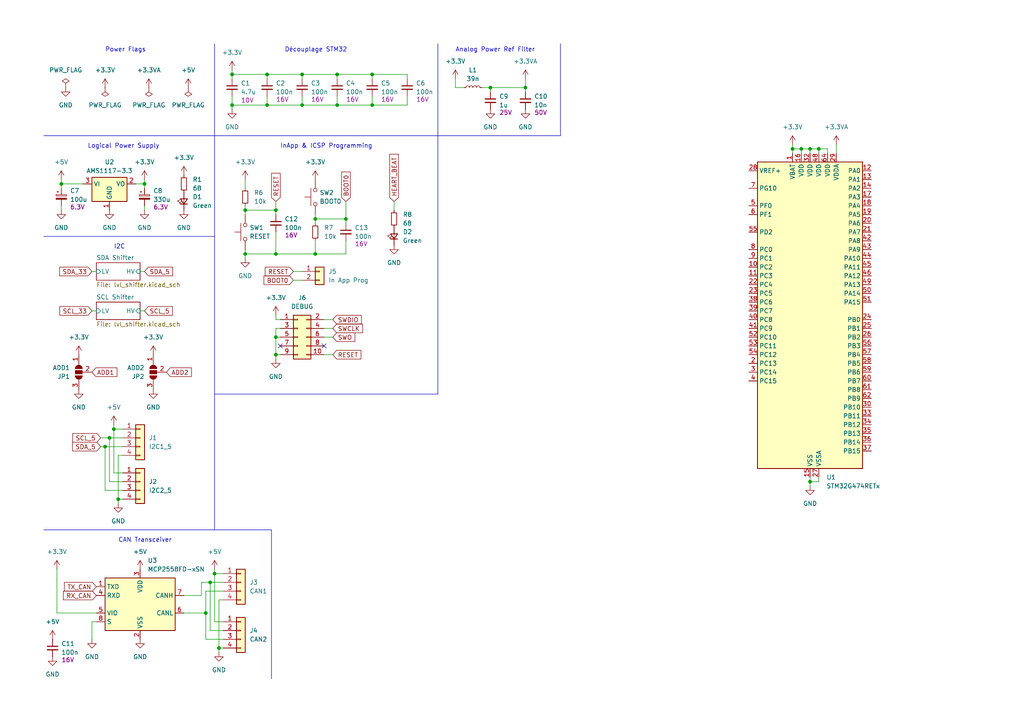
<source format=kicad_sch>
(kicad_sch (version 20230121) (generator eeschema)
  (paper "A4")
  (lib_symbols
    (symbol "Connector_Generic:Conn_01x02" (pin_names (offset 1.016) hide)
      (property "Reference" "J" (at 0 2.54 0))
      (property "Value" "Conn_01x02" (at 0 -5.08 0))
      (symbol "Conn_01x02_1_1"
        (rectangle (start -1.27 -2.413) (end 0 -2.667) (stroke (width 0.1524)))
        (rectangle (start -1.27 0.127) (end 0 -0.127) (stroke (width 0.1524)))
        (rectangle (start -1.27 1.27) (end 1.27 -3.81) (stroke (width 0.254)) (fill (type background)))
        (pin passive line (at -5.08 0 0) (length 3.81) (name "Pin_1") (number "1"))
        (pin passive line (at -5.08 -2.54 0) (length 3.81) (name "Pin_2") (number "2"))
      )
    )
    (symbol "Connector_Generic:Conn_01x04" (pin_names (offset 1.016) hide)
      (property "Reference" "J" (at 0 5.08 0))
      (property "Value" "Conn_01x04" (at 0 -7.62 0))
      (symbol "Conn_01x04_1_1"
        (rectangle (start -1.27 -4.953) (end 0 -5.207) (stroke (width 0.1524)))
        (rectangle (start -1.27 -2.413) (end 0 -2.667) (stroke (width 0.1524)))
        (rectangle (start -1.27 0.127) (end 0 -0.127) (stroke (width 0.1524)))
        (rectangle (start -1.27 2.667) (end 0 2.413) (stroke (width 0.1524)))
        (rectangle (start -1.27 3.81) (end 1.27 -6.35) (stroke (width 0.254)) (fill (type background)))
        (pin passive line (at -5.08 2.54 0) (length 3.81) (name "Pin_1") (number "1"))
        (pin passive line (at -5.08 0 0) (length 3.81) (name "Pin_2") (number "2"))
        (pin passive line (at -5.08 -2.54 0) (length 3.81) (name "Pin_3") (number "3"))
        (pin passive line (at -5.08 -5.08 0) (length 3.81) (name "Pin_4") (number "4"))
      )
    )
    (symbol "Connector_Generic:Conn_02x05_Odd_Even" (pin_names (offset 1.016) hide)
      (property "Reference" "J" (at 1.27 7.62 0))
      (property "Value" "Conn_02x05_Odd_Even" (at 1.27 -7.62 0))
      (symbol "Conn_02x05_Odd_Even_1_1"
        (rectangle (start -1.27 -4.953) (end 0 -5.207) (stroke (width 0.1524)))
        (rectangle (start -1.27 -2.413) (end 0 -2.667) (stroke (width 0.1524)))
        (rectangle (start -1.27 0.127) (end 0 -0.127) (stroke (width 0.1524)))
        (rectangle (start -1.27 2.667) (end 0 2.413) (stroke (width 0.1524)))
        (rectangle (start -1.27 5.207) (end 0 4.953) (stroke (width 0.1524)))
        (rectangle (start -1.27 6.35) (end 3.81 -6.35) (stroke (width 0.254)) (fill (type background)))
        (rectangle (start 3.81 -4.953) (end 2.54 -5.207) (stroke (width 0.1524)))
        (rectangle (start 3.81 -2.413) (end 2.54 -2.667) (stroke (width 0.1524)))
        (rectangle (start 3.81 0.127) (end 2.54 -0.127) (stroke (width 0.1524)))
        (rectangle (start 3.81 2.667) (end 2.54 2.413) (stroke (width 0.1524)))
        (rectangle (start 3.81 5.207) (end 2.54 4.953) (stroke (width 0.1524)))
        (pin passive line (at -5.08 5.08 0) (length 3.81) (name "Pin_1") (number "1"))
        (pin passive line (at 7.62 -5.08 180) (length 3.81) (name "Pin_10") (number "10"))
        (pin passive line (at 7.62 5.08 180) (length 3.81) (name "Pin_2") (number "2"))
        (pin passive line (at -5.08 2.54 0) (length 3.81) (name "Pin_3") (number "3"))
        (pin passive line (at 7.62 2.54 180) (length 3.81) (name "Pin_4") (number "4"))
        (pin passive line (at -5.08 0 0) (length 3.81) (name "Pin_5") (number "5"))
        (pin passive line (at 7.62 0 180) (length 3.81) (name "Pin_6") (number "6"))
        (pin passive line (at -5.08 -2.54 0) (length 3.81) (name "Pin_7") (number "7"))
        (pin passive line (at 7.62 -2.54 180) (length 3.81) (name "Pin_8") (number "8"))
        (pin passive line (at -5.08 -5.08 0) (length 3.81) (name "Pin_9") (number "9"))
      )
    )
    (symbol "Device:C_Polarized_Small" (pin_numbers hide) (pin_names (offset 0.254) hide)
      (property "Reference" "C" (at 0.254 1.778 0))
      (property "Value" "C_Polarized_Small" (at 0.254 -2.032 0))
      (symbol "C_Polarized_Small_0_1"
        (rectangle (start -1.524 -0.3048) (end 1.524 -0.6858) (fill (type outline)))
        (rectangle (start -1.524 0.6858) (end 1.524 0.3048))
        (polyline (pts (xy -1.27 1.524) (xy -0.762 1.524)))
        (polyline (pts (xy -1.016 1.27) (xy -1.016 1.778)))
      )
      (symbol "C_Polarized_Small_1_1"
        (pin passive line (at 0 2.54 270) (length 1.8542) (name "~") (number "1"))
        (pin passive line (at 0 -2.54 90) (length 1.8542) (name "~") (number "2"))
      )
    )
    (symbol "Device:C_Small" (pin_numbers hide) (pin_names (offset 0.254) hide)
      (property "Reference" "C" (at 0.254 1.778 0))
      (property "Value" "C_Small" (at 0.254 -2.032 0))
      (symbol "C_Small_0_1"
        (polyline (pts (xy -1.524 -0.508) (xy 1.524 -0.508)) (stroke (width 0.3302)))
        (polyline (pts (xy -1.524 0.508) (xy 1.524 0.508)) (stroke (width 0.3048)))
      )
      (symbol "C_Small_1_1"
        (pin passive line (at 0 2.54 270) (length 2.032) (name "~") (number "1"))
        (pin passive line (at 0 -2.54 90) (length 2.032) (name "~") (number "2"))
      )
    )
    (symbol "Device:LED_Small" (pin_numbers hide) (pin_names (offset 0.254) hide)
      (property "Reference" "D" (at -1.27 3.175 0))
      (property "Value" "LED_Small" (at -4.445 -2.54 0))
      (symbol "LED_Small_0_1"
        (polyline (pts (xy -0.762 -1.016) (xy -0.762 1.016)) (stroke (width 0.254)))
        (polyline (pts (xy 1.016 0) (xy -0.762 0)))
        (polyline (pts (xy 0.762 -1.016) (xy -0.762 0) (xy 0.762 1.016) (xy 0.762 -1.016)) (stroke (width 0.254)))
        (polyline (pts (xy 0 0.762) (xy -0.508 1.27) (xy -0.254 1.27) (xy -0.508 1.27) (xy -0.508 1.016)))
        (polyline (pts (xy 0.508 1.27) (xy 0 1.778) (xy 0.254 1.778) (xy 0 1.778) (xy 0 1.524)))
      )
      (symbol "LED_Small_1_1"
        (pin passive line (at -2.54 0 0) (length 1.778) (name "K") (number "1"))
        (pin passive line (at 2.54 0 180) (length 1.778) (name "A") (number "2"))
      )
    )
    (symbol "Device:L_Small" (pin_numbers hide) (pin_names (offset 0.254) hide)
      (property "Reference" "L" (at 0.762 1.016 0))
      (property "Value" "L_Small" (at 0.762 -1.016 0))
      (symbol "L_Small_0_1"
        (arc (start 0 -2.032) (mid 0.5058 -1.524) (end 0 -1.016))
        (arc (start 0 -1.016) (mid 0.5058 -0.508) (end 0 0))
        (arc (start 0 0) (mid 0.5058 0.508) (end 0 1.016))
        (arc (start 0 1.016) (mid 0.5058 1.524) (end 0 2.032))
      )
      (symbol "L_Small_1_1"
        (pin passive line (at 0 2.54 270) (length 0.508) (name "~") (number "1"))
        (pin passive line (at 0 -2.54 90) (length 0.508) (name "~") (number "2"))
      )
    )
    (symbol "Device:R_Small" (pin_numbers hide) (pin_names (offset 0.254) hide)
      (property "Reference" "R" (at 0.762 0.508 0))
      (property "Value" "R_Small" (at 0.762 -1.016 0))
      (symbol "R_Small_0_1"
        (rectangle (start -0.762 1.778) (end 0.762 -1.778) (stroke (width 0.2032)))
      )
      (symbol "R_Small_1_1"
        (pin passive line (at 0 2.54 270) (length 0.762) (name "~") (number "1"))
        (pin passive line (at 0 -2.54 90) (length 0.762) (name "~") (number "2"))
      )
    )
    (symbol "Interface_CAN_LIN:MCP2558FD-xSN"
      (property "Reference" "U" (at -10.16 10.16 0))
      (property "Value" "MCP2558FD-xSN" (at 2.54 10.16 0))
      (symbol "MCP2558FD-xSN_0_1"
        (rectangle (start -10.16 7.62) (end 10.16 -7.62) (stroke (width 0.254)) (fill (type background)))
      )
      (symbol "MCP2558FD-xSN_1_1"
        (pin input line (at -12.7 5.08 0) (length 2.54) (name "TXD") (number "1"))
        (pin power_in line (at 0 -10.16 90) (length 2.54) (name "VSS") (number "2"))
        (pin power_in line (at 0 10.16 270) (length 2.54) (name "VDD") (number "3"))
        (pin output line (at -12.7 2.54 0) (length 2.54) (name "RXD") (number "4"))
        (pin power_in line (at -12.7 -2.54 0) (length 2.54) (name "VIO") (number "5"))
        (pin bidirectional line (at 12.7 -2.54 180) (length 2.54) (name "CANL") (number "6"))
        (pin bidirectional line (at 12.7 2.54 180) (length 2.54) (name "CANH") (number "7"))
        (pin input line (at -12.7 -5.08 0) (length 2.54) (name "S") (number "8"))
      )
    )
    (symbol "Jumper:SolderJumper_3_Open" (pin_names (offset 0) hide)
      (property "Reference" "JP" (at -2.54 -2.54 0))
      (property "Value" "SolderJumper_3_Open" (at 0 2.794 0))
      (symbol "SolderJumper_3_Open_0_1"
        (arc (start -1.016 1.016) (mid -2.0276 0) (end -1.016 -1.016))
        (arc (start -1.016 1.016) (mid -2.0276 0) (end -1.016 -1.016) (fill (type outline)))
        (rectangle (start -0.508 1.016) (end 0.508 -1.016) (fill (type outline)))
        (polyline (pts (xy -2.54 0) (xy -2.032 0)))
        (polyline (pts (xy -1.016 1.016) (xy -1.016 -1.016)))
        (polyline (pts (xy 0 -1.27) (xy 0 -1.016)))
        (polyline (pts (xy 1.016 1.016) (xy 1.016 -1.016)))
        (polyline (pts (xy 2.54 0) (xy 2.032 0)))
        (arc (start 1.016 -1.016) (mid 2.0276 0) (end 1.016 1.016))
        (arc (start 1.016 -1.016) (mid 2.0276 0) (end 1.016 1.016) (fill (type outline)))
      )
      (symbol "SolderJumper_3_Open_1_1"
        (pin passive line (at -5.08 0 0) (length 2.54) (name "A") (number "1"))
        (pin passive line (at 0 -3.81 90) (length 2.54) (name "C") (number "2"))
        (pin passive line (at 5.08 0 180) (length 2.54) (name "B") (number "3"))
      )
    )
    (symbol "MCU_ST_STM32G4:STM32G474RETx"
      (property "Reference" "U" (at -15.24 46.99 0))
      (property "Value" "STM32G474RETx" (at 10.16 46.99 0))
      (symbol "STM32G474RETx_0_1"
        (rectangle (start -15.24 -43.18) (end 15.24 45.72) (stroke (width 0.254)) (fill (type background)))
      )
      (symbol "STM32G474RETx_1_1"
        (pin power_in line (at -5.08 48.26 270) (length 2.54) (name "VBAT") (number "1"))
        (pin bidirectional line (at -17.78 15.24 0) (length 2.54) (name "PC2") (number "10"))
        (pin bidirectional line (at -17.78 12.7 0) (length 2.54) (name "PC3") (number "11"))
        (pin bidirectional line (at 17.78 43.18 180) (length 2.54) (name "PA0") (number "12"))
        (pin bidirectional line (at 17.78 40.64 180) (length 2.54) (name "PA1") (number "13"))
        (pin bidirectional line (at 17.78 38.1 180) (length 2.54) (name "PA2") (number "14"))
        (pin power_in line (at 0 -45.72 90) (length 2.54) (name "VSS") (number "15"))
        (pin power_in line (at -2.54 48.26 270) (length 2.54) (name "VDD") (number "16"))
        (pin bidirectional line (at 17.78 35.56 180) (length 2.54) (name "PA3") (number "17"))
        (pin bidirectional line (at 17.78 33.02 180) (length 2.54) (name "PA4") (number "18"))
        (pin bidirectional line (at 17.78 30.48 180) (length 2.54) (name "PA5") (number "19"))
        (pin bidirectional line (at -17.78 -12.7 0) (length 2.54) (name "PC13") (number "2"))
        (pin bidirectional line (at 17.78 27.94 180) (length 2.54) (name "PA6") (number "20"))
        (pin bidirectional line (at 17.78 25.4 180) (length 2.54) (name "PA7") (number "21"))
        (pin bidirectional line (at -17.78 10.16 0) (length 2.54) (name "PC4") (number "22"))
        (pin bidirectional line (at -17.78 7.62 0) (length 2.54) (name "PC5") (number "23"))
        (pin bidirectional line (at 17.78 0 180) (length 2.54) (name "PB0") (number "24"))
        (pin bidirectional line (at 17.78 -2.54 180) (length 2.54) (name "PB1") (number "25"))
        (pin bidirectional line (at 17.78 -5.08 180) (length 2.54) (name "PB2") (number "26"))
        (pin power_in line (at 2.54 -45.72 90) (length 2.54) (name "VSSA") (number "27"))
        (pin input line (at -17.78 43.18 0) (length 2.54) (name "VREF+") (number "28"))
        (pin power_in line (at 7.62 48.26 270) (length 2.54) (name "VDDA") (number "29"))
        (pin bidirectional line (at -17.78 -15.24 0) (length 2.54) (name "PC14") (number "3"))
        (pin bidirectional line (at 17.78 -25.4 180) (length 2.54) (name "PB10") (number "30"))
        (pin passive line (at 0 -45.72 90) (length 2.54) hide (name "VSS") (number "31"))
        (pin power_in line (at 0 48.26 270) (length 2.54) (name "VDD") (number "32"))
        (pin bidirectional line (at 17.78 -27.94 180) (length 2.54) (name "PB11") (number "33"))
        (pin bidirectional line (at 17.78 -30.48 180) (length 2.54) (name "PB12") (number "34"))
        (pin bidirectional line (at 17.78 -33.02 180) (length 2.54) (name "PB13") (number "35"))
        (pin bidirectional line (at 17.78 -35.56 180) (length 2.54) (name "PB14") (number "36"))
        (pin bidirectional line (at 17.78 -38.1 180) (length 2.54) (name "PB15") (number "37"))
        (pin bidirectional line (at -17.78 5.08 0) (length 2.54) (name "PC6") (number "38"))
        (pin bidirectional line (at -17.78 2.54 0) (length 2.54) (name "PC7") (number "39"))
        (pin bidirectional line (at -17.78 -17.78 0) (length 2.54) (name "PC15") (number "4"))
        (pin bidirectional line (at -17.78 0 0) (length 2.54) (name "PC8") (number "40"))
        (pin bidirectional line (at -17.78 -2.54 0) (length 2.54) (name "PC9") (number "41"))
        (pin bidirectional line (at 17.78 22.86 180) (length 2.54) (name "PA8") (number "42"))
        (pin bidirectional line (at 17.78 20.32 180) (length 2.54) (name "PA9") (number "43"))
        (pin bidirectional line (at 17.78 17.78 180) (length 2.54) (name "PA10") (number "44"))
        (pin bidirectional line (at 17.78 15.24 180) (length 2.54) (name "PA11") (number "45"))
        (pin bidirectional line (at 17.78 12.7 180) (length 2.54) (name "PA12") (number "46"))
        (pin passive line (at 0 -45.72 90) (length 2.54) hide (name "VSS") (number "47"))
        (pin power_in line (at 2.54 48.26 270) (length 2.54) (name "VDD") (number "48"))
        (pin bidirectional line (at 17.78 10.16 180) (length 2.54) (name "PA13") (number "49"))
        (pin bidirectional line (at -17.78 33.02 0) (length 2.54) (name "PF0") (number "5"))
        (pin bidirectional line (at 17.78 7.62 180) (length 2.54) (name "PA14") (number "50"))
        (pin bidirectional line (at 17.78 5.08 180) (length 2.54) (name "PA15") (number "51"))
        (pin bidirectional line (at -17.78 -5.08 0) (length 2.54) (name "PC10") (number "52"))
        (pin bidirectional line (at -17.78 -7.62 0) (length 2.54) (name "PC11") (number "53"))
        (pin bidirectional line (at -17.78 -10.16 0) (length 2.54) (name "PC12") (number "54"))
        (pin bidirectional line (at -17.78 25.4 0) (length 2.54) (name "PD2") (number "55"))
        (pin bidirectional line (at 17.78 -7.62 180) (length 2.54) (name "PB3") (number "56"))
        (pin bidirectional line (at 17.78 -10.16 180) (length 2.54) (name "PB4") (number "57"))
        (pin bidirectional line (at 17.78 -12.7 180) (length 2.54) (name "PB5") (number "58"))
        (pin bidirectional line (at 17.78 -15.24 180) (length 2.54) (name "PB6") (number "59"))
        (pin bidirectional line (at -17.78 30.48 0) (length 2.54) (name "PF1") (number "6"))
        (pin bidirectional line (at 17.78 -17.78 180) (length 2.54) (name "PB7") (number "60"))
        (pin bidirectional line (at 17.78 -20.32 180) (length 2.54) (name "PB8") (number "61"))
        (pin bidirectional line (at 17.78 -22.86 180) (length 2.54) (name "PB9") (number "62"))
        (pin passive line (at 0 -45.72 90) (length 2.54) hide (name "VSS") (number "63"))
        (pin power_in line (at 5.08 48.26 270) (length 2.54) (name "VDD") (number "64"))
        (pin bidirectional line (at -17.78 38.1 0) (length 2.54) (name "PG10") (number "7"))
        (pin bidirectional line (at -17.78 20.32 0) (length 2.54) (name "PC0") (number "8"))
        (pin bidirectional line (at -17.78 17.78 0) (length 2.54) (name "PC1") (number "9"))
      )
    )
    (symbol "Regulator_Linear:AMS1117-3.3"
      (property "Reference" "U" (at -3.81 3.175 0))
      (property "Value" "AMS1117-3.3" (at 0 3.175 0))
      (symbol "AMS1117-3.3_0_1"
        (rectangle (start -5.08 -5.08) (end 5.08 1.905) (stroke (width 0.254)) (fill (type background)))
      )
      (symbol "AMS1117-3.3_1_1"
        (pin power_in line (at 0 -7.62 90) (length 2.54) (name "GND") (number "1"))
        (pin power_out line (at 7.62 0 180) (length 2.54) (name "VO") (number "2"))
        (pin power_in line (at -7.62 0 0) (length 2.54) (name "VI") (number "3"))
      )
    )
    (symbol "Switch:SW_Push" (pin_numbers hide) (pin_names (offset 1.016) hide)
      (property "Reference" "SW" (at 1.27 2.54 0))
      (property "Value" "SW_Push" (at 0 -1.524 0))
      (symbol "SW_Push_0_1"
        (circle (center -2.032 0) (radius 0.508))
        (polyline (pts (xy 0 1.27) (xy 0 3.048)))
        (polyline (pts (xy 2.54 1.27) (xy -2.54 1.27)))
        (circle (center 2.032 0) (radius 0.508))
        (pin passive line (at -5.08 0 0) (length 2.54) (name "1") (number "1"))
        (pin passive line (at 5.08 0 180) (length 2.54) (name "2") (number "2"))
      )
    )
    (symbol "power:+3.3V" (power) (pin_names (offset 0))
      (property "Value" "+3.3V" (at 0 3.556 0))
      (symbol "+3.3V_0_1"
        (polyline (pts (xy -0.762 1.27) (xy 0 2.54)))
        (polyline (pts (xy 0 0) (xy 0 2.54)))
        (polyline (pts (xy 0 2.54) (xy 0.762 1.27)))
      )
      (symbol "+3.3V_1_1"
        (pin power_in line (at 0 0 90) (length 0) hide (name "+3.3V") (number "1"))
      )
    )
    (symbol "power:+3.3VA" (power) (pin_names (offset 0))
      (property "Value" "+3.3VA" (at 0 3.556 0))
      (symbol "+3.3VA_0_1"
        (polyline (pts (xy -0.762 1.27) (xy 0 2.54)))
        (polyline (pts (xy 0 0) (xy 0 2.54)))
        (polyline (pts (xy 0 2.54) (xy 0.762 1.27)))
      )
      (symbol "+3.3VA_1_1"
        (pin power_in line (at 0 0 90) (length 0) hide (name "+3.3VA") (number "1"))
      )
    )
    (symbol "power:+5V" (power) (pin_names (offset 0))
      (property "Value" "+5V" (at 0 3.556 0))
      (symbol "+5V_0_1"
        (polyline (pts (xy -0.762 1.27) (xy 0 2.54)))
        (polyline (pts (xy 0 0) (xy 0 2.54)))
        (polyline (pts (xy 0 2.54) (xy 0.762 1.27)))
      )
      (symbol "+5V_1_1"
        (pin power_in line (at 0 0 90) (length 0) hide (name "+5V") (number "1"))
      )
    )
    (symbol "power:GND" (power) (pin_names (offset 0))
      (property "Value" "GND" (at 0 -3.81 0))
      (symbol "GND_0_1"
        (polyline (pts (xy 0 0) (xy 0 -1.27) (xy 1.27 -1.27) (xy 0 -2.54) (xy -1.27 -1.27) (xy 0 -1.27)))
      )
      (symbol "GND_1_1"
        (pin power_in line (at 0 0 270) (length 0) hide (name "GND") (number "1"))
      )
    )
    (symbol "power:PWR_FLAG" (power) (pin_numbers hide) (pin_names (offset 0) hide)
      (property "Value" "PWR_FLAG" (at 0 3.81 0))
      (symbol "PWR_FLAG_0_0"
        (pin power_out line (at 0 0 90) (length 0) (name "pwr") (number "1"))
      )
      (symbol "PWR_FLAG_0_1"
        (polyline (pts (xy 0 0) (xy 0 1.27) (xy -1.016 1.905) (xy 0 2.54) (xy 1.016 1.905) (xy 0 1.27)))
      )
    )
  )
  (junction (at 67.31 21.59))
  (junction (at 63.5 187.96))
  (junction (at 232.41 43.18))
  (junction (at 34.29 144.78))
  (junction (at 100.33 63.5))
  (junction (at 237.49 43.18))
  (junction (at 107.95 30.48))
  (junction (at 71.12 60.96))
  (junction (at 234.95 43.18))
  (junction (at 87.63 30.48))
  (junction (at 62.23 166.37))
  (junction (at 17.78 53.34))
  (junction (at 80.01 97.79))
  (junction (at 80.01 60.96))
  (junction (at 107.95 21.59))
  (junction (at 91.44 63.5))
  (junction (at 87.63 21.59))
  (junction (at 142.24 25.4))
  (junction (at 80.01 102.87))
  (junction (at 80.01 73.66))
  (junction (at 41.91 53.34))
  (junction (at 33.02 124.46))
  (junction (at 31.75 127))
  (junction (at 30.48 129.54))
  (junction (at 67.31 30.48))
  (junction (at 152.4 25.4))
  (junction (at 234.95 139.7))
  (junction (at 60.96 168.91))
  (junction (at 97.79 30.48))
  (junction (at 71.12 73.66))
  (junction (at 59.69 177.8))
  (junction (at 77.47 21.59))
  (junction (at 77.47 30.48))
  (junction (at 229.87 43.18))
  (junction (at 97.79 21.59))
  (junction (at 91.44 73.66))
  (no_connect (at 81.28 100.33))
  (no_connect (at 93.98 100.33))
  (wire (pts (xy 59.69 171.45) (xy 59.69 177.8)))
  (wire (pts (xy 60.96 182.88) (xy 60.96 168.91)))
  (wire (pts (xy 33.02 124.46) (xy 35.56 124.46)))
  (wire (pts (xy 142.24 25.4) (xy 142.24 26.67)))
  (wire (pts (xy 152.4 25.4) (xy 142.24 25.4)))
  (wire (pts (xy 139.7 25.4) (xy 142.24 25.4)))
  (wire (pts (xy 64.77 166.37) (xy 62.23 166.37)))
  (wire (pts (xy 87.63 21.59) (xy 77.47 21.59)))
  (wire (pts (xy 132.08 25.4) (xy 134.62 25.4)))
  (wire (pts (xy 16.51 177.8) (xy 16.51 165.1)))
  (wire (pts (xy 26.67 78.74) (xy 27.94 78.74)))
  (wire (pts (xy 114.3 58.42) (xy 114.3 60.96)))
  (wire (pts (xy 80.01 60.96) (xy 71.12 60.96)))
  (wire (pts (xy 100.33 58.42) (xy 100.33 63.5)))
  (wire (pts (xy 237.49 43.18) (xy 234.95 43.18)))
  (wire (pts (xy 59.69 177.8) (xy 59.69 185.42)))
  (wire (pts (xy 40.64 90.17) (xy 41.91 90.17)))
  (wire (pts (xy 58.42 168.91) (xy 60.96 168.91)))
  (wire (pts (xy 81.28 95.25) (xy 80.01 95.25)))
  (wire (pts (xy 29.21 129.54) (xy 30.48 129.54)))
  (wire (pts (xy 63.5 173.99) (xy 63.5 187.96)))
  (polyline (pts (xy 62.23 68.58) (xy 62.23 153.67)))
  (wire (pts (xy 152.4 26.67) (xy 152.4 25.4)))
  (polyline (pts (xy 127 114.3) (xy 62.23 114.3)))
  (wire (pts (xy 100.33 73.66) (xy 91.44 73.66)))
  (wire (pts (xy 93.98 97.79) (xy 96.52 97.79)))
  (wire (pts (xy 67.31 30.48) (xy 67.31 31.75)))
  (wire (pts (xy 240.03 44.45) (xy 240.03 43.18)))
  (wire (pts (xy 85.09 81.28) (xy 87.63 81.28)))
  (wire (pts (xy 62.23 166.37) (xy 62.23 165.1)))
  (wire (pts (xy 87.63 27.94) (xy 87.63 30.48)))
  (wire (pts (xy 234.95 139.7) (xy 234.95 140.97)))
  (polyline (pts (xy 127 12.7) (xy 127 39.37)))
  (wire (pts (xy 34.29 144.78) (xy 35.56 144.78)))
  (wire (pts (xy 118.11 22.86) (xy 118.11 21.59)))
  (polyline (pts (xy 127 39.37) (xy 162.56 39.37)))
  (wire (pts (xy 80.01 91.44) (xy 80.01 92.71)))
  (wire (pts (xy 237.49 138.43) (xy 237.49 139.7)))
  (wire (pts (xy 27.94 177.8) (xy 16.51 177.8)))
  (wire (pts (xy 26.67 180.34) (xy 26.67 185.42)))
  (polyline (pts (xy 62.23 39.37) (xy 127 39.37)))
  (wire (pts (xy 24.13 53.34) (xy 17.78 53.34)))
  (wire (pts (xy 77.47 21.59) (xy 67.31 21.59)))
  (wire (pts (xy 67.31 21.59) (xy 67.31 22.86)))
  (wire (pts (xy 41.91 60.96) (xy 41.91 59.69)))
  (wire (pts (xy 80.01 97.79) (xy 81.28 97.79)))
  (wire (pts (xy 234.95 138.43) (xy 234.95 139.7)))
  (wire (pts (xy 229.87 41.91) (xy 229.87 43.18)))
  (wire (pts (xy 97.79 21.59) (xy 87.63 21.59)))
  (wire (pts (xy 91.44 63.5) (xy 91.44 64.77)))
  (wire (pts (xy 64.77 171.45) (xy 59.69 171.45)))
  (wire (pts (xy 63.5 187.96) (xy 63.5 189.23)))
  (wire (pts (xy 29.21 127) (xy 31.75 127)))
  (wire (pts (xy 34.29 144.78) (xy 34.29 146.05)))
  (wire (pts (xy 39.37 53.34) (xy 41.91 53.34)))
  (wire (pts (xy 107.95 27.94) (xy 107.95 30.48)))
  (wire (pts (xy 62.23 180.34) (xy 62.23 166.37)))
  (wire (pts (xy 232.41 44.45) (xy 232.41 43.18)))
  (wire (pts (xy 67.31 27.94) (xy 67.31 30.48)))
  (wire (pts (xy 234.95 43.18) (xy 232.41 43.18)))
  (wire (pts (xy 64.77 182.88) (xy 60.96 182.88)))
  (wire (pts (xy 97.79 27.94) (xy 97.79 30.48)))
  (wire (pts (xy 26.67 90.17) (xy 27.94 90.17)))
  (wire (pts (xy 234.95 44.45) (xy 234.95 43.18)))
  (wire (pts (xy 17.78 52.07) (xy 17.78 53.34)))
  (wire (pts (xy 107.95 22.86) (xy 107.95 21.59)))
  (wire (pts (xy 91.44 63.5) (xy 100.33 63.5)))
  (wire (pts (xy 107.95 30.48) (xy 97.79 30.48)))
  (polyline (pts (xy 62.23 12.7) (xy 62.23 39.37)))
  (wire (pts (xy 91.44 69.85) (xy 91.44 73.66)))
  (wire (pts (xy 67.31 20.32) (xy 67.31 21.59)))
  (wire (pts (xy 152.4 22.86) (xy 152.4 25.4)))
  (wire (pts (xy 100.33 63.5) (xy 100.33 64.77)))
  (wire (pts (xy 60.96 168.91) (xy 64.77 168.91)))
  (wire (pts (xy 100.33 69.85) (xy 100.33 73.66)))
  (wire (pts (xy 31.75 127) (xy 35.56 127)))
  (wire (pts (xy 80.01 58.42) (xy 80.01 60.96)))
  (wire (pts (xy 53.34 177.8) (xy 59.69 177.8)))
  (wire (pts (xy 77.47 27.94) (xy 77.47 30.48)))
  (wire (pts (xy 97.79 30.48) (xy 87.63 30.48)))
  (wire (pts (xy 30.48 142.24) (xy 30.48 129.54)))
  (wire (pts (xy 118.11 27.94) (xy 118.11 30.48)))
  (wire (pts (xy 107.95 21.59) (xy 97.79 21.59)))
  (polyline (pts (xy 127 39.37) (xy 127 114.3)))
  (wire (pts (xy 93.98 95.25) (xy 96.52 95.25)))
  (wire (pts (xy 80.01 62.23) (xy 80.01 60.96)))
  (wire (pts (xy 93.98 92.71) (xy 96.52 92.71)))
  (wire (pts (xy 80.01 102.87) (xy 81.28 102.87)))
  (wire (pts (xy 93.98 102.87) (xy 96.52 102.87)))
  (wire (pts (xy 240.03 43.18) (xy 237.49 43.18)))
  (wire (pts (xy 237.49 139.7) (xy 234.95 139.7)))
  (polyline (pts (xy 12.7 153.67) (xy 62.23 153.67)))
  (wire (pts (xy 232.41 43.18) (xy 229.87 43.18)))
  (wire (pts (xy 35.56 139.7) (xy 31.75 139.7)))
  (wire (pts (xy 17.78 60.96) (xy 17.78 59.69)))
  (wire (pts (xy 33.02 137.16) (xy 35.56 137.16)))
  (wire (pts (xy 80.01 73.66) (xy 71.12 73.66)))
  (wire (pts (xy 71.12 52.07) (xy 71.12 54.61)))
  (polyline (pts (xy 62.23 153.67) (xy 78.74 153.67)))
  (wire (pts (xy 71.12 72.39) (xy 71.12 73.66)))
  (wire (pts (xy 80.01 92.71) (xy 81.28 92.71)))
  (wire (pts (xy 30.48 129.54) (xy 35.56 129.54)))
  (wire (pts (xy 40.64 78.74) (xy 41.91 78.74)))
  (wire (pts (xy 80.01 67.31) (xy 80.01 73.66)))
  (polyline (pts (xy 12.7 39.37) (xy 62.23 39.37)))
  (wire (pts (xy 35.56 132.08) (xy 34.29 132.08)))
  (wire (pts (xy 242.57 41.91) (xy 242.57 44.45)))
  (wire (pts (xy 33.02 123.19) (xy 33.02 124.46)))
  (wire (pts (xy 17.78 53.34) (xy 17.78 54.61)))
  (wire (pts (xy 33.02 124.46) (xy 33.02 137.16)))
  (wire (pts (xy 31.75 139.7) (xy 31.75 127)))
  (polyline (pts (xy 12.7 68.58) (xy 62.23 68.58)))
  (wire (pts (xy 34.29 132.08) (xy 34.29 144.78)))
  (wire (pts (xy 237.49 44.45) (xy 237.49 43.18)))
  (wire (pts (xy 27.94 180.34) (xy 26.67 180.34)))
  (wire (pts (xy 80.01 97.79) (xy 80.01 102.87)))
  (wire (pts (xy 80.01 102.87) (xy 80.01 104.14)))
  (wire (pts (xy 118.11 30.48) (xy 107.95 30.48)))
  (wire (pts (xy 77.47 22.86) (xy 77.47 21.59)))
  (wire (pts (xy 41.91 53.34) (xy 41.91 54.61)))
  (wire (pts (xy 63.5 187.96) (xy 64.77 187.96)))
  (wire (pts (xy 59.69 185.42) (xy 64.77 185.42)))
  (polyline (pts (xy 162.56 12.7) (xy 162.56 39.37)))
  (wire (pts (xy 91.44 73.66) (xy 80.01 73.66)))
  (wire (pts (xy 41.91 53.34) (xy 41.91 52.07)))
  (wire (pts (xy 229.87 43.18) (xy 229.87 44.45)))
  (wire (pts (xy 132.08 22.86) (xy 132.08 25.4)))
  (wire (pts (xy 118.11 21.59) (xy 107.95 21.59)))
  (wire (pts (xy 35.56 142.24) (xy 30.48 142.24)))
  (wire (pts (xy 53.34 172.72) (xy 58.42 172.72)))
  (wire (pts (xy 64.77 173.99) (xy 63.5 173.99)))
  (wire (pts (xy 71.12 59.69) (xy 71.12 60.96)))
  (wire (pts (xy 77.47 30.48) (xy 67.31 30.48)))
  (wire (pts (xy 97.79 22.86) (xy 97.79 21.59)))
  (wire (pts (xy 87.63 22.86) (xy 87.63 21.59)))
  (polyline (pts (xy 78.74 153.67) (xy 78.74 196.85)))
  (wire (pts (xy 64.77 180.34) (xy 62.23 180.34)))
  (wire (pts (xy 58.42 172.72) (xy 58.42 168.91)))
  (wire (pts (xy 71.12 73.66) (xy 71.12 74.93)))
  (wire (pts (xy 80.01 95.25) (xy 80.01 97.79)))
  (polyline (pts (xy 62.23 39.37) (xy 62.23 68.58)))
  (wire (pts (xy 91.44 62.23) (xy 91.44 63.5)))
  (wire (pts (xy 87.63 30.48) (xy 77.47 30.48)))
  (wire (pts (xy 71.12 60.96) (xy 71.12 62.23)))
  (wire (pts (xy 85.09 78.74) (xy 87.63 78.74)))
  (text "I2C" (at 33.02 72.39 0) (effects (font (size 1.27 1.27)) (justify left bottom)))
  (text "Analog Power Ref Filter" (at 132.08 15.24 0) (effects (font (size 1.27 1.27)) (justify left bottom)))
  (text "Découplage STM32" (at 82.55 15.24 0) (effects (font (size 1.27 1.27)) (justify left bottom)))
  (text "Power Flags" (at 30.48 15.24 0) (effects (font (size 1.27 1.27)) (justify left bottom)))
  (text "CAN Transceiver" (at 34.29 157.48 0) (effects (font (size 1.27 1.27)) (justify left bottom)))
  (text "InApp & ICSP Programming" (at 81.28 43.18 0) (effects (font (size 1.27 1.27)) (justify left bottom)))
  (text "Logical Power Supply" (at 25.4 43.18 0) (effects (font (size 1.27 1.27)) (justify left bottom)))
  (global_label "SDA_5" (shape input) (at 41.91 78.74 0) (property "Intersheetrefs" "${INTERSHEET_REFS}" (effects hide)))
  (global_label "TX_CAN" (shape input) (at 27.94 170.18 180) (property "Intersheetrefs" "${INTERSHEET_REFS}" (effects hide)))
  (global_label "RESET" (shape input) (at 85.09 78.74 180) (property "Intersheetrefs" "${INTERSHEET_REFS}" (effects hide)))
  (global_label "SWCLK" (shape input) (at 96.52 95.25 0) (property "Intersheetrefs" "${INTERSHEET_REFS}" (effects hide)))
  (global_label "HEART_BEAT" (shape input) (at 114.3 58.42 90) (property "Intersheetrefs" "${INTERSHEET_REFS}" (effects hide)))
  (global_label "SDA_33" (shape input) (at 26.67 78.74 180) (property "Intersheetrefs" "${INTERSHEET_REFS}" (effects hide)))
  (global_label "SCL_33" (shape input) (at 26.67 90.17 180) (property "Intersheetrefs" "${INTERSHEET_REFS}" (effects hide)))
  (global_label "SWO" (shape input) (at 96.52 97.79 0) (property "Intersheetrefs" "${INTERSHEET_REFS}" (effects hide)))
  (global_label "RESET" (shape input) (at 96.52 102.87 0) (property "Intersheetrefs" "${INTERSHEET_REFS}" (effects hide)))
  (global_label "RX_CAN" (shape input) (at 27.94 172.72 180) (property "Intersheetrefs" "${INTERSHEET_REFS}" (effects hide)))
  (global_label "BOOT0" (shape input) (at 100.33 58.42 90) (property "Intersheetrefs" "${INTERSHEET_REFS}" (effects hide)))
  (global_label "SDA_5" (shape input) (at 29.21 129.54 180) (property "Intersheetrefs" "${INTERSHEET_REFS}" (effects hide)))
  (global_label "BOOT0" (shape input) (at 85.09 81.28 180) (property "Intersheetrefs" "${INTERSHEET_REFS}" (effects hide)))
  (global_label "SWDIO" (shape input) (at 96.52 92.71 0) (property "Intersheetrefs" "${INTERSHEET_REFS}" (effects hide)))
  (global_label "SCL_5" (shape input) (at 41.91 90.17 0) (property "Intersheetrefs" "${INTERSHEET_REFS}" (effects hide)))
  (global_label "SCL_5" (shape input) (at 29.21 127 180) (property "Intersheetrefs" "${INTERSHEET_REFS}" (effects hide)))
  (global_label "ADD1" (shape input) (at 26.67 107.95 0) (property "Intersheetrefs" "${INTERSHEET_REFS}" (effects hide)))
  (global_label "ADD2" (shape input) (at 48.26 107.95 0) (property "Intersheetrefs" "${INTERSHEET_REFS}" (effects hide)))
  (global_label "RESET" (shape input) (at 80.01 58.42 90) (property "Intersheetrefs" "${INTERSHEET_REFS}" (effects hide)))
  (symbol (lib_id "power:+5V") (at 15.24 185.42 0) (unit 1)
    (property "Reference" "#PWR033" (effects hide))
    (property "Value" "+5V" (at 15.24 180.34 0))
  )
  (symbol (lib_id "power:+5V") (at 17.78 52.07 0) (unit 1)
    (property "Reference" "#PWR07" (effects hide))
    (property "Value" "+5V" (at 17.78 46.99 0))
  )
  (symbol (lib_id "power:GND") (at 15.24 190.5 0) (unit 1)
    (property "Reference" "#PWR034" (effects hide))
    (property "Value" "GND" (at 15.24 195.58 0))
  )
  (symbol (lib_id "power:+3.3V") (at 30.48 25.4 0) (unit 1)
    (property "Reference" "#PWR01" (effects hide))
    (property "Value" "+3.3V" (at 30.48 20.32 0))
  )
  (symbol (lib_id "Jumper:SolderJumper_3_Open") (at 22.86 107.95 90) (mirror x) (unit 1)
    (property "Reference" "JP1" (at 20.32 109.22 90) (effects (justify left)))
    (property "Value" "ADD1" (at 20.32 106.68 90) (effects (justify left)))
    (property "Footprint" "Jumper:SolderJumper-3_P1.3mm_Open_RoundedPad1.0x1.5mm" (effects hide))
    (property "JLCPCB BOM" "0" (effects hide))
  )
  (symbol (lib_id "Device:C_Small") (at 152.4 29.21 0) (unit 1)
    (property "Reference" "C10" (at 154.94 27.9463 0) (effects (justify left)))
    (property "Value" "10n" (at 154.94 30.4863 0) (effects (justify left)))
    (property "Footprint" "Capacitor_SMD:C_0402_1005Metric_Pad0.74x0.62mm_HandSolder" (effects hide))
    (property "LCSC Part" "C15195" (effects hide))
    (property "Tension" "50V" (at 156.845 32.639 0))
  )
  (symbol (lib_id "power:+5V") (at 62.23 165.1 0) (unit 1)
    (property "Reference" "#PWR038" (effects hide))
    (property "Value" "+5V" (at 62.23 160.02 0))
  )
  (symbol (lib_id "power:+3.3V") (at 80.01 91.44 0) (unit 1)
    (property "Reference" "#PWR042" (effects hide))
    (property "Value" "+3.3V" (at 80.01 86.36 0))
  )
  (symbol (lib_id "power:+3.3VA") (at 242.57 41.91 0) (unit 1)
    (property "Reference" "#PWR015" (effects hide))
    (property "Value" "+3.3VA" (at 242.57 36.83 0))
  )
  (symbol (lib_id "Device:C_Small") (at 142.24 29.21 0) (unit 1)
    (property "Reference" "C9" (at 144.78 27.9463 0) (effects (justify left)))
    (property "Value" "1u" (at 144.78 30.4863 0) (effects (justify left)))
    (property "Footprint" "Capacitor_SMD:C_0402_1005Metric_Pad0.74x0.62mm_HandSolder" (effects hide))
    (property "LCSC Part" "C52923" (effects hide))
    (property "Tension" "25V" (at 146.685 32.639 0))
  )
  (symbol (lib_id "Device:L_Small") (at 137.16 25.4 90) (unit 1)
    (property "Reference" "L1" (at 137.16 20.32 90))
    (property "Value" "39n" (at 137.16 22.86 90))
    (property "Footprint" "Inductor_SMD:L_0402_1005Metric_Pad0.77x0.64mm_HandSolder" (effects hide))
    (property "LCSC Part" "C26443" (effects hide))
  )
  (symbol (lib_id "power:+3.3VA") (at 43.18 25.4 0) (unit 1)
    (property "Reference" "#PWR02" (effects hide))
    (property "Value" "+3.3VA" (at 43.18 20.32 0))
  )
  (symbol (lib_id "Device:C_Small") (at 15.24 187.96 0) (unit 1)
    (property "Reference" "C11" (at 17.78 186.6963 0) (effects (justify left)))
    (property "Value" "100n" (at 17.78 189.2363 0) (effects (justify left)))
    (property "Footprint" "Capacitor_SMD:C_0402_1005Metric_Pad0.74x0.62mm_HandSolder" (effects hide))
    (property "LCSC Part" "C1525" (effects hide))
    (property "Tension" "16V" (at 19.685 191.389 0))
  )
  (symbol (lib_id "Device:C_Small") (at 80.01 64.77 0) (unit 1)
    (property "Reference" "C12" (at 82.55 63.5063 0) (effects (justify left)))
    (property "Value" "100n" (at 82.55 66.0463 0) (effects (justify left)))
    (property "Footprint" "Capacitor_SMD:C_0402_1005Metric_Pad0.74x0.62mm_HandSolder" (effects hide))
    (property "LCSC Part" "C1525" (effects hide))
    (property "Tension" "16V" (at 84.455 68.199 0))
  )
  (symbol (lib_id "Device:C_Small") (at 107.95 25.4 0) (unit 1)
    (property "Reference" "C5" (at 110.49 24.1363 0) (effects (justify left)))
    (property "Value" "100n" (at 110.49 26.6763 0) (effects (justify left)))
    (property "Footprint" "Capacitor_SMD:C_0402_1005Metric_Pad0.74x0.62mm_HandSolder" (effects hide))
    (property "LCSC Part" "C1525" (effects hide))
    (property "Tension" "16V" (at 112.395 28.829 0))
  )
  (symbol (lib_id "Interface_CAN_LIN:MCP2558FD-xSN") (at 40.64 175.26 0) (unit 1)
    (property "Reference" "U3" (at 42.8341 162.56 0) (effects (justify left)))
    (property "Value" "MCP2558FD-xSN" (at 42.8341 165.1 0) (effects (justify left)))
    (property "Footprint" "Package_SO:SOIC-8_3.9x4.9mm_P1.27mm" (effects hide))
    (property "Datasheet" "https://ww1.microchip.com/downloads/en/DeviceDoc/20005533A.pdf" (effects hide))
    (property "LCSC Part" "C124015" (effects hide))
  )
  (symbol (lib_id "Connector_Generic:Conn_01x04") (at 69.85 168.91 0) (unit 1)
    (property "Reference" "J3" (at 72.39 168.91 0) (effects (justify left)))
    (property "Value" "CAN1" (at 72.39 171.45 0) (effects (justify left)))
    (property "Footprint" "Connector_JST:JST_EH_S4B-EH_1x04_P2.50mm_Horizontal" (effects hide))
    (property "JLCPCB BOM" "0" (effects hide))
  )
  (symbol (lib_id "Device:C_Small") (at 97.79 25.4 0) (unit 1)
    (property "Reference" "C4" (at 100.33 24.1363 0) (effects (justify left)))
    (property "Value" "100n" (at 100.33 26.6763 0) (effects (justify left)))
    (property "Footprint" "Capacitor_SMD:C_0402_1005Metric_Pad0.74x0.62mm_HandSolder" (effects hide))
    (property "LCSC Part" "C1525" (effects hide))
    (property "Tension" "16V" (at 102.235 28.829 0))
  )
  (symbol (lib_id "Connector_Generic:Conn_01x04") (at 40.64 139.7 0) (unit 1)
    (property "Reference" "J2" (at 43.18 139.7 0) (effects (justify left)))
    (property "Value" "I2C2_5" (at 43.18 142.24 0) (effects (justify left)))
    (property "Footprint" "Connector_JST:JST_EH_S4B-EH_1x04_P2.50mm_Horizontal" (effects hide))
    (property "JLCPCB BOM" "0" (effects hide))
  )
  (symbol (lib_id "power:GND") (at 41.91 60.96 0) (unit 1)
    (property "Reference" "#PWR011" (effects hide))
    (property "Value" "GND" (at 41.91 66.04 0))
  )
  (symbol (lib_id "power:PWR_FLAG") (at 54.61 25.4 180) (unit 1)
    (property "Reference" "#FLG04" (effects hide))
    (property "Value" "PWR_FLAG" (at 54.61 30.48 0))
  )
  (symbol (lib_id "power:GND") (at 40.64 185.42 0) (unit 1)
    (property "Reference" "#PWR031" (effects hide))
    (property "Value" "GND" (at 40.64 190.5 0))
  )
  (symbol (lib_id "Jumper:SolderJumper_3_Open") (at 44.45 107.95 90) (mirror x) (unit 1)
    (property "Reference" "JP2" (at 41.91 109.22 90) (effects (justify left)))
    (property "Value" "ADD2" (at 41.91 106.68 90) (effects (justify left)))
    (property "Footprint" "Jumper:SolderJumper-3_P1.3mm_Open_RoundedPad1.0x1.5mm" (effects hide))
    (property "JLCPCB BOM" "0" (effects hide))
  )
  (symbol (lib_id "power:+3.3V") (at 229.87 41.91 0) (unit 1)
    (property "Reference" "#PWR014" (effects hide))
    (property "Value" "+3.3V" (at 229.87 36.83 0))
  )
  (symbol (lib_id "power:PWR_FLAG") (at 19.05 25.4 0) (unit 1)
    (property "Reference" "#FLG01" (effects hide))
    (property "Value" "PWR_FLAG" (at 19.05 20.32 0))
  )
  (symbol (lib_id "Connector_Generic:Conn_01x04") (at 69.85 182.88 0) (unit 1)
    (property "Reference" "J4" (at 72.39 182.88 0) (effects (justify left)))
    (property "Value" "CAN2" (at 72.39 185.42 0) (effects (justify left)))
    (property "Footprint" "Connector_JST:JST_EH_S4B-EH_1x04_P2.50mm_Horizontal" (effects hide))
    (property "JLCPCB BOM" "0" (effects hide))
  )
  (symbol (lib_id "power:+5V") (at 40.64 165.1 0) (unit 1)
    (property "Reference" "#PWR032" (effects hide))
    (property "Value" "+5V" (at 40.64 160.02 0))
  )
  (symbol (lib_id "power:GND") (at 34.29 146.05 0) (unit 1)
    (property "Reference" "#PWR029" (effects hide))
    (property "Value" "GND" (at 34.29 151.13 0))
  )
  (symbol (lib_id "power:GND") (at 44.45 113.03 0) (unit 1)
    (property "Reference" "#PWR026" (effects hide))
    (property "Value" "GND" (at 44.45 118.11 0))
  )
  (symbol (lib_id "Device:C_Small") (at 67.31 25.4 0) (unit 1)
    (property "Reference" "C1" (at 69.85 24.1363 0) (effects (justify left)))
    (property "Value" "4.7u" (at 69.85 26.67 0) (effects (justify left)))
    (property "Footprint" "Capacitor_SMD:C_0402_1005Metric_Pad0.74x0.62mm_HandSolder" (effects hide))
    (property "LCSC Part" "C23733" (effects hide))
    (property "Tension" "10V" (at 71.755 29.083 0))
  )
  (symbol (lib_id "Device:R_Small") (at 114.3 63.5 0) (unit 1)
    (property "Reference" "R8" (at 116.84 62.23 0) (effects (justify left)))
    (property "Value" "68" (at 116.84 64.77 0) (effects (justify left)))
    (property "Footprint" "Resistor_SMD:R_0805_2012Metric_Pad1.20x1.40mm_HandSolder" (effects hide))
    (property "LCSC Part" "C17802" (effects hide))
  )
  (symbol (lib_id "Device:C_Small") (at 118.11 25.4 0) (unit 1)
    (property "Reference" "C6" (at 120.65 24.1363 0) (effects (justify left)))
    (property "Value" "100n" (at 120.65 26.6763 0) (effects (justify left)))
    (property "Footprint" "Capacitor_SMD:C_0402_1005Metric_Pad0.74x0.62mm_HandSolder" (effects hide))
    (property "LCSC Part" "C1525" (effects hide))
    (property "Tension" "16V" (at 122.555 28.829 0))
  )
  (symbol (lib_id "power:+3.3V") (at 22.86 102.87 0) (unit 1)
    (property "Reference" "#PWR027" (effects hide))
    (property "Value" "+3.3V" (at 22.86 97.79 0))
  )
  (symbol (lib_id "Connector_Generic:Conn_01x04") (at 40.64 127 0) (unit 1)
    (property "Reference" "J1" (at 43.18 127 0) (effects (justify left)))
    (property "Value" "I2C1_5" (at 43.18 129.54 0) (effects (justify left)))
    (property "Footprint" "Connector_JST:JST_EH_S4B-EH_1x04_P2.50mm_Horizontal" (effects hide))
    (property "JLCPCB BOM" "0" (effects hide))
  )
  (symbol (lib_id "Regulator_Linear:AMS1117-3.3") (at 31.75 53.34 0) (unit 1)
    (property "Reference" "U2" (at 31.75 46.99 0))
    (property "Value" "AMS1117-3.3" (at 31.75 49.53 0))
    (property "Footprint" "Package_TO_SOT_SMD:SOT-223-3_TabPin2" (effects hide))
    (property "Datasheet" "http://www.advanced-monolithic.com/pdf/ds1117.pdf" (effects hide))
    (property "LCSC Part" "C6186" (effects hide))
  )
  (symbol (lib_id "power:+3.3V") (at 53.34 50.8 0) (unit 1)
    (property "Reference" "#PWR020" (effects hide))
    (property "Value" "+3.3V" (at 53.34 45.72 0))
  )
  (symbol (lib_id "power:GND") (at 142.24 31.75 0) (unit 1)
    (property "Reference" "#PWR018" (effects hide))
    (property "Value" "GND" (at 142.24 36.83 0))
  )
  (symbol (lib_id "Device:C_Small") (at 100.33 67.31 0) (unit 1)
    (property "Reference" "C13" (at 102.87 66.0463 0) (effects (justify left)))
    (property "Value" "100n" (at 102.87 68.5863 0) (effects (justify left)))
    (property "Footprint" "Capacitor_SMD:C_0402_1005Metric_Pad0.74x0.62mm_HandSolder" (effects hide))
    (property "LCSC Part" "C1525" (effects hide))
    (property "Tension" "16V" (at 104.775 70.739 0))
  )
  (symbol (lib_id "Switch:SW_Push") (at 71.12 67.31 90) (unit 1)
    (property "Reference" "SW1" (at 72.39 66.04 90) (effects (justify right)))
    (property "Value" "RESET" (at 72.39 68.58 90) (effects (justify right)))
    (property "Footprint" "ARIG:SW_TS_1088_AR_3x4x2" (effects hide))
    (property "LCSC Part" "C720477" (effects hide))
  )
  (symbol (lib_id "Device:C_Small") (at 77.47 25.4 0) (unit 1)
    (property "Reference" "C2" (at 80.01 24.1363 0) (effects (justify left)))
    (property "Value" "100n" (at 80.01 26.6763 0) (effects (justify left)))
    (property "Footprint" "Capacitor_SMD:C_0402_1005Metric_Pad0.74x0.62mm_HandSolder" (effects hide))
    (property "LCSC Part" "C1525" (effects hide))
    (property "Tension" "16V" (at 81.915 28.829 0))
  )
  (symbol (lib_id "Switch:SW_Push") (at 91.44 57.15 90) (unit 1)
    (property "Reference" "SW2" (at 92.71 55.88 90) (effects (justify right)))
    (property "Value" "BOOT0" (at 92.71 58.42 90) (effects (justify right)))
    (property "Footprint" "ARIG:SW_TS_1088_AR_3x4x2" (effects hide))
    (property "LCSC Part" "C720477" (effects hide))
  )
  (symbol (lib_id "Device:R_Small") (at 91.44 67.31 0) (unit 1)
    (property "Reference" "R7" (at 93.98 66.04 0) (effects (justify left)))
    (property "Value" "10k" (at 93.98 68.58 0) (effects (justify left)))
    (property "Footprint" "Resistor_SMD:R_0805_2012Metric_Pad1.20x1.40mm_HandSolder" (effects hide))
    (property "LCSC Part" "C17414" (effects hide))
  )
  (symbol (lib_id "power:+5V") (at 54.61 25.4 0) (unit 1)
    (property "Reference" "#PWR03" (effects hide))
    (property "Value" "+5V" (at 54.61 20.32 0))
  )
  (symbol (lib_id "power:+3.3VA") (at 152.4 22.86 0) (unit 1)
    (property "Reference" "#PWR013" (effects hide))
    (property "Value" "+3.3VA" (at 152.4 17.78 0))
  )
  (symbol (lib_id "Device:R_Small") (at 71.12 57.15 0) (unit 1)
    (property "Reference" "R6" (at 73.66 55.88 0) (effects (justify left)))
    (property "Value" "10k" (at 73.66 58.42 0) (effects (justify left)))
    (property "Footprint" "Resistor_SMD:R_0805_2012Metric_Pad1.20x1.40mm_HandSolder" (effects hide))
    (property "LCSC Part" "C17414" (effects hide))
  )
  (symbol (lib_id "Device:R_Small") (at 53.34 53.34 0) (unit 1)
    (property "Reference" "R1" (at 55.88 52.07 0) (effects (justify left)))
    (property "Value" "68" (at 55.88 54.61 0) (effects (justify left)))
    (property "Footprint" "Resistor_SMD:R_0805_2012Metric_Pad1.20x1.40mm_HandSolder" (effects hide))
    (property "LCSC Part" "C17802" (effects hide))
  )
  (symbol (lib_id "power:GND") (at 152.4 31.75 0) (unit 1)
    (property "Reference" "#PWR016" (effects hide))
    (property "Value" "GND" (at 152.4 36.83 0))
  )
  (symbol (lib_id "power:+3.3V") (at 67.31 20.32 0) (unit 1)
    (property "Reference" "#PWR05" (effects hide))
    (property "Value" "+3.3V" (at 67.31 15.24 0))
  )
  (symbol (lib_id "Device:C_Small") (at 87.63 25.4 0) (unit 1)
    (property "Reference" "C3" (at 90.17 24.1363 0) (effects (justify left)))
    (property "Value" "100n" (at 90.17 26.6763 0) (effects (justify left)))
    (property "Footprint" "Capacitor_SMD:C_0402_1005Metric_Pad0.74x0.62mm_HandSolder" (effects hide))
    (property "LCSC Part" "C1525" (effects hide))
    (property "Tension" "16V" (at 92.075 28.829 0))
  )
  (symbol (lib_id "power:GND") (at 17.78 60.96 0) (unit 1)
    (property "Reference" "#PWR09" (effects hide))
    (property "Value" "GND" (at 17.78 66.04 0))
  )
  (symbol (lib_id "Device:LED_Small") (at 114.3 68.58 90) (unit 1)
    (property "Reference" "D2" (at 116.84 67.2465 90) (effects (justify right)))
    (property "Value" "Green" (at 116.84 69.7865 90) (effects (justify right)))
    (property "Footprint" "LED_SMD:LED_0805_2012Metric_Pad1.15x1.40mm_HandSolder" (effects hide))
    (property "LCSC Part" "C63855" (effects hide))
  )
  (symbol (lib_id "power:GND") (at 114.3 71.12 0) (unit 1)
    (property "Reference" "#PWR043" (effects hide))
    (property "Value" "GND" (at 114.3 76.2 0))
  )
  (symbol (lib_id "power:GND") (at 80.01 104.14 0) (unit 1)
    (property "Reference" "#PWR044" (effects hide))
    (property "Value" "GND" (at 80.01 109.22 0))
  )
  (symbol (lib_id "power:GND") (at 67.31 31.75 0) (unit 1)
    (property "Reference" "#PWR06" (effects hide))
    (property "Value" "GND" (at 67.31 36.83 0))
  )
  (symbol (lib_id "power:GND") (at 63.5 189.23 0) (unit 1)
    (property "Reference" "#PWR037" (effects hide))
    (property "Value" "GND" (at 63.5 194.31 0))
  )
  (symbol (lib_id "power:+3.3V") (at 44.45 102.87 0) (unit 1)
    (property "Reference" "#PWR028" (effects hide))
    (property "Value" "+3.3V" (at 44.45 97.79 0))
  )
  (symbol (lib_id "power:+3.3V") (at 132.08 22.86 0) (unit 1)
    (property "Reference" "#PWR012" (effects hide))
    (property "Value" "+3.3V" (at 132.08 17.78 0))
  )
  (symbol (lib_id "power:+5V") (at 33.02 123.19 0) (unit 1)
    (property "Reference" "#PWR030" (effects hide))
    (property "Value" "+5V" (at 33.02 118.11 0))
  )
  (symbol (lib_id "power:GND") (at 22.86 113.03 0) (unit 1)
    (property "Reference" "#PWR025" (effects hide))
    (property "Value" "GND" (at 22.86 118.11 0))
  )
  (symbol (lib_id "power:GND") (at 31.75 60.96 0) (unit 1)
    (property "Reference" "#PWR010" (effects hide))
    (property "Value" "GND" (at 31.75 66.04 0))
  )
  (symbol (lib_id "power:GND") (at 53.34 60.96 0) (unit 1)
    (property "Reference" "#PWR019" (effects hide))
    (property "Value" "GND" (at 53.34 66.04 0))
  )
  (symbol (lib_id "power:GND") (at 19.05 25.4 0) (unit 1)
    (property "Reference" "#PWR04" (effects hide))
    (property "Value" "GND" (at 19.05 30.48 0))
  )
  (symbol (lib_id "power:PWR_FLAG") (at 30.48 25.4 180) (unit 1)
    (property "Reference" "#FLG02" (effects hide))
    (property "Value" "PWR_FLAG" (at 30.48 30.48 0))
  )
  (symbol (lib_id "Connector_Generic:Conn_01x02") (at 92.71 78.74 0) (unit 1)
    (property "Reference" "J5" (at 95.25 78.74 0) (effects (justify left)))
    (property "Value" "In App Prog" (at 95.25 81.28 0) (effects (justify left)))
    (property "Footprint" "Connector_JST:JST_EH_S2B-EH_1x02_P2.50mm_Horizontal" (effects hide))
    (property "JLCPCB BOM" "0" (effects hide))
  )
  (symbol (lib_id "MCU_ST_STM32G4:STM32G474RETx") (at 234.95 92.71 0) (unit 1)
    (property "Reference" "U1" (at 239.6841 138.43 0) (effects (justify left)))
    (property "Value" "STM32G474RETx" (at 239.6841 140.97 0) (effects (justify left)))
    (property "Footprint" "Package_QFP:LQFP-64_10x10mm_P0.5mm" (effects hide))
    (property "Datasheet" "https://www.st.com/resource/en/datasheet/stm32g474re.pdf" (effects hide))
    (property "LCSC Part" "C521608" (effects hide))
  )
  (symbol (lib_id "power:PWR_FLAG") (at 43.18 25.4 180) (unit 1)
    (property "Reference" "#FLG03" (effects hide))
    (property "Value" "PWR_FLAG" (at 43.18 30.48 0))
  )
  (symbol (lib_id "power:+3.3V") (at 41.91 52.07 0) (unit 1)
    (property "Reference" "#PWR08" (effects hide))
    (property "Value" "+3.3V" (at 41.91 46.99 0))
  )
  (symbol (lib_id "power:+3.3V") (at 16.51 165.1 0) (unit 1)
    (property "Reference" "#PWR036" (effects hide))
    (property "Value" "+3.3V" (at 16.51 160.02 0))
  )
  (symbol (lib_id "power:+3.3V") (at 71.12 52.07 0) (unit 1)
    (property "Reference" "#PWR039" (effects hide))
    (property "Value" "+3.3V" (at 71.12 46.99 0))
  )
  (symbol (lib_id "power:GND") (at 71.12 74.93 0) (unit 1)
    (property "Reference" "#PWR040" (effects hide))
    (property "Value" "GND" (at 71.12 80.01 0))
  )
  (symbol (lib_id "power:GND") (at 234.95 140.97 0) (unit 1)
    (property "Reference" "#PWR017" (effects hide))
    (property "Value" "GND" (at 234.95 146.05 0))
  )
  (symbol (lib_id "Device:C_Polarized_Small") (at 41.91 57.15 0) (unit 1)
    (property "Reference" "C8" (at 44.45 55.3339 0) (effects (justify left)))
    (property "Value" "330u" (at 44.45 57.8739 0) (effects (justify left)))
    (property "Footprint" "Capacitor_SMD:CP_Elec_6.3x7.7" (effects hide))
    (property "LCSC Part" "C249900" (effects hide))
    (property "Tension" "6.3V" (at 46.609 60.071 0))
  )
  (symbol (lib_id "Device:C_Polarized_Small") (at 17.78 57.15 0) (unit 1)
    (property "Reference" "C7" (at 20.32 55.3339 0) (effects (justify left)))
    (property "Value" "100u" (at 20.32 57.8739 0) (effects (justify left)))
    (property "Footprint" "Capacitor_SMD:CP_Elec_5x5.3" (effects hide))
    (property "LCSC Part" "C249463" (effects hide))
    (property "Tension" "6.3V" (at 22.479 60.071 0))
  )
  (symbol (lib_id "power:GND") (at 26.67 185.42 0) (unit 1)
    (property "Reference" "#PWR035" (effects hide))
    (property "Value" "GND" (at 26.67 190.5 0))
  )
  (symbol (lib_id "Device:LED_Small") (at 53.34 58.42 90) (unit 1)
    (property "Reference" "D1" (at 55.88 57.0865 90) (effects (justify right)))
    (property "Value" "Green" (at 55.88 59.6265 90) (effects (justify right)))
    (property "Footprint" "LED_SMD:LED_0805_2012Metric_Pad1.15x1.40mm_HandSolder" (effects hide))
    (property "LCSC Part" "C63855" (effects hide))
  )
  (symbol (lib_id "Connector_Generic:Conn_02x05_Odd_Even") (at 86.36 97.79 0) (unit 1)
    (property "Reference" "J6" (at 87.63 86.36 0))
    (property "Value" "DEBUG" (at 87.63 88.9 0))
    (property "Footprint" "Connector_PinHeader_1.27mm:PinHeader_2x05_P1.27mm_Vertical_SMD" (effects hide))
    (property "LCSC Part" "C5160761" (effects hide))
  )
  (symbol (lib_id "power:+3.3V") (at 91.44 52.07 0) (unit 1)
    (property "Reference" "#PWR041" (effects hide))
    (property "Value" "+3.3V" (at 91.44 46.99 0))
  )
  (sheet (at 27.94 87.63) (size 12.7 5.08) (stroke (width 0.1524))
    (property "Sheetname" "SCL Shifter" (at 27.94 86.9184 0) (effects (justify left bottom)))
    (property "Sheetfile" "lvl_shifter.kicad_sch" (at 27.94 93.2946 0) (effects (justify left top)))
    (pin "LV" input (at 27.94 90.17 180))
    (pin "HV" input (at 40.64 90.17 0))
  )
  (sheet (at 27.94 76.2) (size 12.7 5.08) (stroke (width 0.1524))
    (property "Sheetname" "SDA Shifter" (at 27.94 75.4884 0) (effects (justify left bottom)))
    (property "Sheetfile" "lvl_shifter.kicad_sch" (at 27.94 81.8646 0) (effects (justify left top)))
    (pin "LV" input (at 27.94 78.74 180))
    (pin "HV" input (at 40.64 78.74 0))
  )
)
</source>
